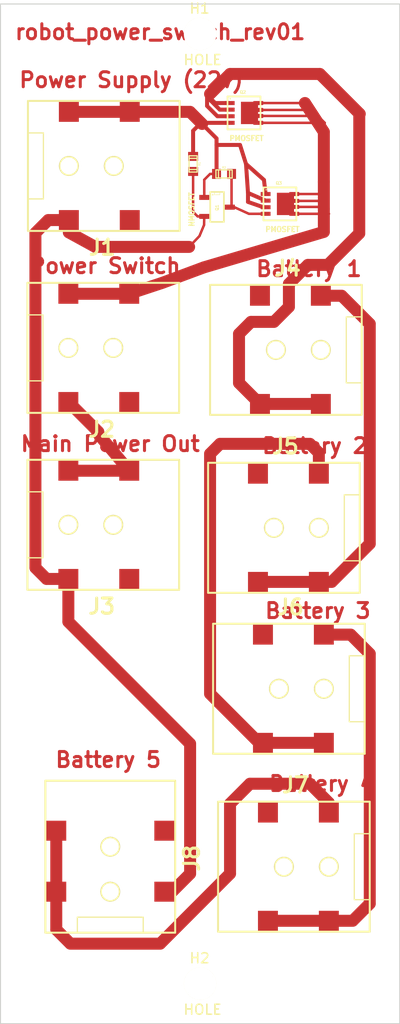
<source format=kicad_pcb>
(kicad_pcb (version 3) (host pcbnew "(2013-07-07 BZR 4022)-stable")

  (general
    (links 39)
    (no_connects 0)
    (area 12.949999 11.775 53.050001 199.050001)
    (thickness 1.6)
    (drawings 13)
    (tracks 139)
    (zones 0)
    (modules 15)
    (nets 11)
  )

  (page A)
  (layers
    (15 F.Cu signal)
    (0 B.Cu signal)
    (16 B.Adhes user)
    (17 F.Adhes user)
    (18 B.Paste user)
    (19 F.Paste user)
    (20 B.SilkS user)
    (21 F.SilkS user)
    (22 B.Mask user)
    (23 F.Mask user)
    (24 Dwgs.User user)
    (25 Cmts.User user)
    (26 Eco1.User user)
    (27 Eco2.User user)
    (28 Edge.Cuts user)
  )

  (setup
    (last_trace_width 1.2)
    (user_trace_width 0.1)
    (user_trace_width 0.2)
    (user_trace_width 0.25)
    (user_trace_width 0.3)
    (user_trace_width 0.4)
    (user_trace_width 0.5)
    (user_trace_width 0.6)
    (user_trace_width 0.7)
    (user_trace_width 0.8)
    (user_trace_width 0.9)
    (user_trace_width 1)
    (user_trace_width 1.2)
    (trace_clearance 0.1)
    (zone_clearance 1)
    (zone_45_only no)
    (trace_min 0.1)
    (segment_width 0.2)
    (edge_width 0.1)
    (via_size 0.7)
    (via_drill 0.4)
    (via_min_size 0.7)
    (via_min_drill 0.4)
    (uvia_size 0.4)
    (uvia_drill 0.127)
    (uvias_allowed no)
    (uvia_min_size 0.4)
    (uvia_min_drill 0.127)
    (pcb_text_width 0.3)
    (pcb_text_size 1.5 1.5)
    (mod_edge_width 0.1)
    (mod_text_size 1 1)
    (mod_text_width 0.15)
    (pad_size 0.25 0.6)
    (pad_drill 0)
    (pad_to_mask_clearance 0)
    (pad_to_paste_clearance_ratio -0.1)
    (aux_axis_origin 0 0)
    (visible_elements 7FFFFFFF)
    (pcbplotparams
      (layerselection 272400385)
      (usegerberextensions true)
      (excludeedgelayer true)
      (linewidth 0.150000)
      (plotframeref false)
      (viasonmask false)
      (mode 1)
      (useauxorigin false)
      (hpglpennumber 1)
      (hpglpenspeed 20)
      (hpglpendiameter 15)
      (hpglpenoverlay 2)
      (psnegative false)
      (psa4output false)
      (plotreference true)
      (plotvalue true)
      (plotothertext true)
      (plotinvisibletext false)
      (padsonsilk false)
      (subtractmaskfromsilk false)
      (outputformat 1)
      (mirror false)
      (drillshape 0)
      (scaleselection 1)
      (outputdirectory ""))
  )

  (net 0 "")
  (net 1 GND)
  (net 2 N-0000012)
  (net 3 PowerOutHigh)
  (net 4 VBAT1)
  (net 5 VBAT2)
  (net 6 VBAT3)
  (net 7 VBAT4)
  (net 8 VBAT5)
  (net 9 VDD)
  (net 10 VWallOrBattery)

  (net_class Default "This is the default net class."
    (clearance 0.1)
    (trace_width 0.25)
    (via_dia 0.7)
    (via_drill 0.4)
    (uvia_dia 0.4)
    (uvia_drill 0.127)
    (add_net "")
    (add_net GND)
    (add_net N-0000012)
    (add_net PowerOutHigh)
    (add_net VBAT1)
    (add_net VBAT2)
    (add_net VBAT3)
    (add_net VBAT4)
    (add_net VBAT5)
    (add_net VDD)
    (add_net VWallOrBattery)
  )

  (module TED_SOT-23-3pin (layer F.Cu) (tedit 4A83943B) (tstamp 532B3F4D)
    (at 34.7 32.3 270)
    (path /5317BF5A)
    (fp_text reference Q1 (at 0.0762 0 270) (layer F.SilkS)
      (effects (font (size 0.29972 0.29972) (thickness 0.07366)))
    )
    (fp_text value NMOSFET (at 0.254 2.54 270) (layer F.SilkS)
      (effects (font (size 0.508 0.508) (thickness 0.127)))
    )
    (fp_line (start -1.4478 -0.2794) (end -1.2192 -0.2794) (layer F.SilkS) (width 0.0508))
    (fp_line (start -1.2192 -0.2794) (end -1.2192 0.2032) (layer F.SilkS) (width 0.0508))
    (fp_line (start -1.2192 0.2032) (end -1.2192 0.254) (layer F.SilkS) (width 0.0508))
    (fp_line (start -1.2192 0.254) (end -1.4732 0.254) (layer F.SilkS) (width 0.0508))
    (fp_circle (center -1.2192 0.4318) (end -1.1684 0.4318) (layer F.SilkS) (width 0.0508))
    (fp_line (start -1.4986 -0.6858) (end 1.4986 -0.6858) (layer F.SilkS) (width 0.17018))
    (fp_line (start 1.4986 -0.6858) (end 1.4986 0.6858) (layer F.SilkS) (width 0.17018))
    (fp_line (start 1.4986 0.6858) (end -1.4986 0.6858) (layer F.SilkS) (width 0.17018))
    (fp_line (start -1.4986 0.6858) (end -1.4986 -0.6858) (layer F.SilkS) (width 0.17018))
    (pad 3 smd rect (at 0.0254 -1.2827 270) (size 0.508 1.00076)
      (layers F.Cu F.Paste F.Mask)
      (net 2 N-0000012)
    )
    (pad 2 smd rect (at 0.94996 1.2827 270) (size 0.50038 1.00076)
      (layers F.Cu F.Paste F.Mask)
      (net 1 GND)
    )
    (pad 1 smd rect (at -0.94996 1.2827 270) (size 0.50038 1.00076)
      (layers F.Cu F.Paste F.Mask)
      (net 9 VDD)
    )
  )

  (module TED_SM0603 (layer F.Cu) (tedit 527731CB) (tstamp 532B4085)
    (at 32.3 28 270)
    (descr "SMT capacitor, 0603")
    (path /53113693)
    (fp_text reference R1 (at 0 -0.635 270) (layer F.SilkS)
      (effects (font (size 0.20066 0.20066) (thickness 0.04064)))
    )
    (fp_text value 1M (at 0 0.635 270) (layer F.SilkS) hide
      (effects (font (size 0.20066 0.20066) (thickness 0.04064)))
    )
    (fp_line (start 0.5588 0.4064) (end 0.5588 -0.4064) (layer F.SilkS) (width 0.127))
    (fp_line (start -0.5588 -0.381) (end -0.5588 0.4064) (layer F.SilkS) (width 0.127))
    (fp_line (start -0.8128 -0.4064) (end 0.8128 -0.4064) (layer F.SilkS) (width 0.127))
    (fp_line (start 0.8128 -0.4064) (end 0.8128 0.4064) (layer F.SilkS) (width 0.127))
    (fp_line (start 0.8128 0.4064) (end -0.8128 0.4064) (layer F.SilkS) (width 0.127))
    (fp_line (start -0.8128 0.4064) (end -0.8128 -0.4064) (layer F.SilkS) (width 0.127))
    (pad 2 smd rect (at 0.75184 0 270) (size 0.89916 1.00076)
      (layers F.Cu F.Paste F.Mask)
      (net 1 GND)
      (clearance 0.1)
    )
    (pad 1 smd rect (at -0.75184 0 270) (size 0.89916 1.00076)
      (layers F.Cu F.Paste F.Mask)
      (net 9 VDD)
      (clearance 0.1)
    )
    (model smd/capacitors/c_0603.wrl
      (at (xyz 0 0 0))
      (scale (xyz 1 1 1))
      (rotate (xyz 0 0 0))
    )
  )

  (module TED_SM0603 (layer F.Cu) (tedit 527731CB) (tstamp 532B4091)
    (at 35.4 29)
    (descr "SMT capacitor, 0603")
    (path /53112461)
    (fp_text reference R2 (at 0 -0.635) (layer F.SilkS)
      (effects (font (size 0.20066 0.20066) (thickness 0.04064)))
    )
    (fp_text value 1M (at 0 0.635) (layer F.SilkS) hide
      (effects (font (size 0.20066 0.20066) (thickness 0.04064)))
    )
    (fp_line (start 0.5588 0.4064) (end 0.5588 -0.4064) (layer F.SilkS) (width 0.127))
    (fp_line (start -0.5588 -0.381) (end -0.5588 0.4064) (layer F.SilkS) (width 0.127))
    (fp_line (start -0.8128 -0.4064) (end 0.8128 -0.4064) (layer F.SilkS) (width 0.127))
    (fp_line (start 0.8128 -0.4064) (end 0.8128 0.4064) (layer F.SilkS) (width 0.127))
    (fp_line (start 0.8128 0.4064) (end -0.8128 0.4064) (layer F.SilkS) (width 0.127))
    (fp_line (start -0.8128 0.4064) (end -0.8128 -0.4064) (layer F.SilkS) (width 0.127))
    (pad 2 smd rect (at 0.75184 0) (size 0.89916 1.00076)
      (layers F.Cu F.Paste F.Mask)
      (net 2 N-0000012)
      (clearance 0.1)
    )
    (pad 1 smd rect (at -0.75184 0) (size 0.89916 1.00076)
      (layers F.Cu F.Paste F.Mask)
      (net 9 VDD)
      (clearance 0.1)
    )
    (model smd/capacitors/c_0603.wrl
      (at (xyz 0 0 0))
      (scale (xyz 1 1 1))
      (rotate (xyz 0 0 0))
    )
  )

  (module TED_PowerPAK_1212-8 (layer F.Cu) (tedit 531913F8) (tstamp 532B417F)
    (at 37.4 22.9)
    (path /5317C2A8)
    (solder_mask_margin 0.1)
    (solder_paste_margin -0.1)
    (solder_paste_ratio -0.2)
    (clearance 0.1)
    (fp_text reference Q2 (at -0.11 -2.08) (layer F.SilkS)
      (effects (font (size 0.29972 0.29972) (thickness 0.07366)))
    )
    (fp_text value PMOSFET (at 0.254 2.54) (layer F.SilkS)
      (effects (font (size 0.508 0.508) (thickness 0.127)))
    )
    (fp_circle (center -1.3792 -1.4182) (end -1.3284 -1.4182) (layer F.SilkS) (width 0.0508))
    (fp_line (start -1.65 -1.65) (end 1.65 -1.65) (layer F.SilkS) (width 0.17018))
    (fp_line (start 1.65 -1.65) (end 1.65 1.65) (layer F.SilkS) (width 0.17018))
    (fp_line (start 1.65 1.65) (end -1.65 1.65) (layer F.SilkS) (width 0.17018))
    (fp_line (start -1.65 1.65) (end -1.65 -1.65) (layer F.SilkS) (width 0.17018))
    (pad 3 smd rect (at 1.435 -0.99) (size 0.99 0.405)
      (layers F.Cu F.Paste F.Mask)
      (net 10 VWallOrBattery)
    )
    (pad 3 smd rect (at 1.435 -0.3) (size 0.99 0.405)
      (layers F.Cu F.Paste F.Mask)
      (net 10 VWallOrBattery)
    )
    (pad 3 smd rect (at 1.435 0.3) (size 0.99 0.405)
      (layers F.Cu F.Paste F.Mask)
      (net 10 VWallOrBattery)
    )
    (pad 3 smd rect (at 1.435 0.99) (size 0.99 0.405)
      (layers F.Cu F.Paste F.Mask)
      (net 10 VWallOrBattery)
    )
    (pad 1 smd rect (at -1.435 0.99) (size 0.99 0.405)
      (layers F.Cu F.Paste F.Mask)
      (net 9 VDD)
    )
    (pad 2 smd rect (at -1.435 0.33) (size 0.99 0.405)
      (layers F.Cu F.Paste F.Mask)
      (net 4 VBAT1)
    )
    (pad 2 smd rect (at -1.435 -0.33) (size 0.99 0.405)
      (layers F.Cu F.Paste F.Mask)
      (net 4 VBAT1)
    )
    (pad 2 smd rect (at -1.435 -0.99) (size 0.99 0.405)
      (layers F.Cu F.Paste F.Mask)
      (net 4 VBAT1)
    )
    (pad 3 smd rect (at 0.5575 0) (size 1.725 2.235)
      (layers F.Cu F.Paste F.Mask)
      (net 10 VWallOrBattery)
    )
  )

  (module TED_PowerPAK_1212-8 (layer F.Cu) (tedit 531913F8) (tstamp 532B4191)
    (at 41 32)
    (path /5317C299)
    (solder_mask_margin 0.1)
    (solder_paste_margin -0.1)
    (solder_paste_ratio -0.2)
    (clearance 0.1)
    (fp_text reference Q3 (at -0.11 -2.08) (layer F.SilkS)
      (effects (font (size 0.29972 0.29972) (thickness 0.07366)))
    )
    (fp_text value PMOSFET (at 0.254 2.54) (layer F.SilkS)
      (effects (font (size 0.508 0.508) (thickness 0.127)))
    )
    (fp_circle (center -1.3792 -1.4182) (end -1.3284 -1.4182) (layer F.SilkS) (width 0.0508))
    (fp_line (start -1.65 -1.65) (end 1.65 -1.65) (layer F.SilkS) (width 0.17018))
    (fp_line (start 1.65 -1.65) (end 1.65 1.65) (layer F.SilkS) (width 0.17018))
    (fp_line (start 1.65 1.65) (end -1.65 1.65) (layer F.SilkS) (width 0.17018))
    (fp_line (start -1.65 1.65) (end -1.65 -1.65) (layer F.SilkS) (width 0.17018))
    (pad 3 smd rect (at 1.435 -0.99) (size 0.99 0.405)
      (layers F.Cu F.Paste F.Mask)
      (net 10 VWallOrBattery)
    )
    (pad 3 smd rect (at 1.435 -0.3) (size 0.99 0.405)
      (layers F.Cu F.Paste F.Mask)
      (net 10 VWallOrBattery)
    )
    (pad 3 smd rect (at 1.435 0.3) (size 0.99 0.405)
      (layers F.Cu F.Paste F.Mask)
      (net 10 VWallOrBattery)
    )
    (pad 3 smd rect (at 1.435 0.99) (size 0.99 0.405)
      (layers F.Cu F.Paste F.Mask)
      (net 10 VWallOrBattery)
    )
    (pad 1 smd rect (at -1.435 0.99) (size 0.99 0.405)
      (layers F.Cu F.Paste F.Mask)
      (net 2 N-0000012)
    )
    (pad 2 smd rect (at -1.435 0.33) (size 0.99 0.405)
      (layers F.Cu F.Paste F.Mask)
      (net 9 VDD)
    )
    (pad 2 smd rect (at -1.435 -0.33) (size 0.99 0.405)
      (layers F.Cu F.Paste F.Mask)
      (net 9 VDD)
    )
    (pad 2 smd rect (at -1.435 -0.99) (size 0.99 0.405)
      (layers F.Cu F.Paste F.Mask)
      (net 9 VDD)
    )
    (pad 3 smd rect (at 0.5575 0) (size 1.725 2.235)
      (layers F.Cu F.Paste F.Mask)
      (net 10 VWallOrBattery)
    )
  )

  (module TED_Hole_3.25mm (layer F.Cu) (tedit 52802414) (tstamp 532B4196)
    (at 33 110)
    (path /52A15896)
    (fp_text reference H2 (at -0.05 -2.55) (layer F.SilkS)
      (effects (font (size 1 1) (thickness 0.15)))
    )
    (fp_text value HOLE (at 0.25 2.6) (layer F.SilkS)
      (effects (font (size 1 1) (thickness 0.15)))
    )
    (pad "" np_thru_hole circle (at 0 0) (size 3.25 3.25) (drill 3.25)
      (layers *.Cu *.Mask F.SilkS)
    )
  )

  (module TED_Hole_3.25mm (layer F.Cu) (tedit 52802414) (tstamp 532B419B)
    (at 33 15)
    (path /52A15919)
    (fp_text reference H1 (at -0.05 -2.55) (layer F.SilkS)
      (effects (font (size 1 1) (thickness 0.15)))
    )
    (fp_text value HOLE (at 0.25 2.6) (layer F.SilkS)
      (effects (font (size 1 1) (thickness 0.15)))
    )
    (pad "" np_thru_hole circle (at 0 0) (size 3.25 3.25) (drill 3.25)
      (layers *.Cu *.Mask F.SilkS)
    )
  )

  (module TED_DC_2.1mm_SMT (layer F.Cu) (tedit 52880F9F) (tstamp 532B41B6)
    (at 23.3 64.1 180)
    (path /530FE0AD)
    (fp_text reference J3 (at 0.15748 -8.15848 180) (layer F.SilkS)
      (effects (font (size 1.524 1.524) (thickness 0.3048)))
    )
    (fp_text value DC_2.1MM (at 0.1016 8.49884 180) (layer F.SilkS) hide
      (effects (font (size 1.524 1.524) (thickness 0.3048)))
    )
    (fp_line (start 7.6 -3.3) (end 6.05 -3.3) (layer F.SilkS) (width 0.127))
    (fp_line (start 6.05 -3.3) (end 6.05 3.3) (layer F.SilkS) (width 0.127))
    (fp_line (start 6.05 3.3) (end 7.575 3.3) (layer F.SilkS) (width 0.127))
    (fp_line (start -7.59968 -6.5024) (end 7.59968 -6.5024) (layer F.SilkS) (width 0.20066))
    (fp_line (start 7.59968 -6.5024) (end 7.59968 6.5024) (layer F.SilkS) (width 0.20066))
    (fp_line (start 7.59968 6.5024) (end -7.59968 6.5024) (layer F.SilkS) (width 0.20066))
    (fp_line (start -7.59968 6.5024) (end -7.59968 -6.5024) (layer F.SilkS) (width 0.20066))
    (pad "" np_thru_hole circle (at -1.00076 0 180) (size 1.99898 1.99898) (drill 1.69926)
      (layers *.Cu *.Mask F.SilkS)
    )
    (pad 1 smd rect (at 3.50012 5.4102 180) (size 1.99898 1.99898)
      (layers F.Cu F.Paste F.Mask)
      (net 3 PowerOutHigh)
    )
    (pad 1 smd rect (at -2.60096 5.4102 180) (size 1.99898 1.99898)
      (layers F.Cu F.Paste F.Mask)
      (net 3 PowerOutHigh)
    )
    (pad 2 smd rect (at 3.50012 -5.41528 180) (size 1.99898 1.99898)
      (layers F.Cu F.Paste F.Mask)
      (net 1 GND)
    )
    (pad 3 smd rect (at -2.60096 -5.41528 180) (size 1.99898 1.99898)
      (layers F.Cu F.Paste F.Mask)
    )
    (pad "" np_thru_hole circle (at 3.50012 0 180) (size 1.99898 1.99898) (drill 1.69926)
      (layers *.Cu *.Mask F.SilkS)
    )
  )

  (module TED_DC_2.1mm_SMT (layer F.Cu) (tedit 52880F9F) (tstamp 532B41C7)
    (at 23.3 46.4 180)
    (path /530FE08F)
    (fp_text reference J2 (at 0.15748 -8.15848 180) (layer F.SilkS)
      (effects (font (size 1.524 1.524) (thickness 0.3048)))
    )
    (fp_text value DC_2.1MM (at 0.1016 8.49884 180) (layer F.SilkS) hide
      (effects (font (size 1.524 1.524) (thickness 0.3048)))
    )
    (fp_line (start 7.6 -3.3) (end 6.05 -3.3) (layer F.SilkS) (width 0.127))
    (fp_line (start 6.05 -3.3) (end 6.05 3.3) (layer F.SilkS) (width 0.127))
    (fp_line (start 6.05 3.3) (end 7.575 3.3) (layer F.SilkS) (width 0.127))
    (fp_line (start -7.59968 -6.5024) (end 7.59968 -6.5024) (layer F.SilkS) (width 0.20066))
    (fp_line (start 7.59968 -6.5024) (end 7.59968 6.5024) (layer F.SilkS) (width 0.20066))
    (fp_line (start 7.59968 6.5024) (end -7.59968 6.5024) (layer F.SilkS) (width 0.20066))
    (fp_line (start -7.59968 6.5024) (end -7.59968 -6.5024) (layer F.SilkS) (width 0.20066))
    (pad "" np_thru_hole circle (at -1.00076 0 180) (size 1.99898 1.99898) (drill 1.69926)
      (layers *.Cu *.Mask F.SilkS)
    )
    (pad 1 smd rect (at 3.50012 5.4102 180) (size 1.99898 1.99898)
      (layers F.Cu F.Paste F.Mask)
      (net 10 VWallOrBattery)
    )
    (pad 1 smd rect (at -2.60096 5.4102 180) (size 1.99898 1.99898)
      (layers F.Cu F.Paste F.Mask)
      (net 10 VWallOrBattery)
    )
    (pad 2 smd rect (at 3.50012 -5.41528 180) (size 1.99898 1.99898)
      (layers F.Cu F.Paste F.Mask)
      (net 3 PowerOutHigh)
    )
    (pad 3 smd rect (at -2.60096 -5.41528 180) (size 1.99898 1.99898)
      (layers F.Cu F.Paste F.Mask)
    )
    (pad "" np_thru_hole circle (at 3.50012 0 180) (size 1.99898 1.99898) (drill 1.69926)
      (layers *.Cu *.Mask F.SilkS)
    )
  )

  (module TED_DC_2.1mm_SMT (layer F.Cu) (tedit 52880F9F) (tstamp 532B41D8)
    (at 41.4 64.4)
    (path /532CBE27)
    (fp_text reference J5 (at 0.15748 -8.15848) (layer F.SilkS)
      (effects (font (size 1.524 1.524) (thickness 0.3048)))
    )
    (fp_text value DC_2.1MM (at 0.1016 8.49884) (layer F.SilkS) hide
      (effects (font (size 1.524 1.524) (thickness 0.3048)))
    )
    (fp_line (start 7.6 -3.3) (end 6.05 -3.3) (layer F.SilkS) (width 0.127))
    (fp_line (start 6.05 -3.3) (end 6.05 3.3) (layer F.SilkS) (width 0.127))
    (fp_line (start 6.05 3.3) (end 7.575 3.3) (layer F.SilkS) (width 0.127))
    (fp_line (start -7.59968 -6.5024) (end 7.59968 -6.5024) (layer F.SilkS) (width 0.20066))
    (fp_line (start 7.59968 -6.5024) (end 7.59968 6.5024) (layer F.SilkS) (width 0.20066))
    (fp_line (start 7.59968 6.5024) (end -7.59968 6.5024) (layer F.SilkS) (width 0.20066))
    (fp_line (start -7.59968 6.5024) (end -7.59968 -6.5024) (layer F.SilkS) (width 0.20066))
    (pad "" np_thru_hole circle (at -1.00076 0) (size 1.99898 1.99898) (drill 1.69926)
      (layers *.Cu *.Mask F.SilkS)
    )
    (pad 1 smd rect (at 3.50012 5.4102) (size 1.99898 1.99898)
      (layers F.Cu F.Paste F.Mask)
      (net 5 VBAT2)
    )
    (pad 1 smd rect (at -2.60096 5.4102) (size 1.99898 1.99898)
      (layers F.Cu F.Paste F.Mask)
      (net 5 VBAT2)
    )
    (pad 2 smd rect (at 3.50012 -5.41528) (size 1.99898 1.99898)
      (layers F.Cu F.Paste F.Mask)
      (net 6 VBAT3)
    )
    (pad 3 smd rect (at -2.60096 -5.41528) (size 1.99898 1.99898)
      (layers F.Cu F.Paste F.Mask)
    )
    (pad "" np_thru_hole circle (at 3.50012 0) (size 1.99898 1.99898) (drill 1.69926)
      (layers *.Cu *.Mask F.SilkS)
    )
  )

  (module TED_DC_2.1mm_SMT (layer F.Cu) (tedit 52880F9F) (tstamp 532B41E9)
    (at 41.6 46.6)
    (path /532CBE20)
    (fp_text reference J4 (at 0.15748 -8.15848) (layer F.SilkS)
      (effects (font (size 1.524 1.524) (thickness 0.3048)))
    )
    (fp_text value DC_2.1MM (at 0.1016 8.49884) (layer F.SilkS) hide
      (effects (font (size 1.524 1.524) (thickness 0.3048)))
    )
    (fp_line (start 7.6 -3.3) (end 6.05 -3.3) (layer F.SilkS) (width 0.127))
    (fp_line (start 6.05 -3.3) (end 6.05 3.3) (layer F.SilkS) (width 0.127))
    (fp_line (start 6.05 3.3) (end 7.575 3.3) (layer F.SilkS) (width 0.127))
    (fp_line (start -7.59968 -6.5024) (end 7.59968 -6.5024) (layer F.SilkS) (width 0.20066))
    (fp_line (start 7.59968 -6.5024) (end 7.59968 6.5024) (layer F.SilkS) (width 0.20066))
    (fp_line (start 7.59968 6.5024) (end -7.59968 6.5024) (layer F.SilkS) (width 0.20066))
    (fp_line (start -7.59968 6.5024) (end -7.59968 -6.5024) (layer F.SilkS) (width 0.20066))
    (pad "" np_thru_hole circle (at -1.00076 0) (size 1.99898 1.99898) (drill 1.69926)
      (layers *.Cu *.Mask F.SilkS)
    )
    (pad 1 smd rect (at 3.50012 5.4102) (size 1.99898 1.99898)
      (layers F.Cu F.Paste F.Mask)
      (net 4 VBAT1)
    )
    (pad 1 smd rect (at -2.60096 5.4102) (size 1.99898 1.99898)
      (layers F.Cu F.Paste F.Mask)
      (net 4 VBAT1)
    )
    (pad 2 smd rect (at 3.50012 -5.41528) (size 1.99898 1.99898)
      (layers F.Cu F.Paste F.Mask)
      (net 5 VBAT2)
    )
    (pad 3 smd rect (at -2.60096 -5.41528) (size 1.99898 1.99898)
      (layers F.Cu F.Paste F.Mask)
    )
    (pad "" np_thru_hole circle (at 3.50012 0) (size 1.99898 1.99898) (drill 1.69926)
      (layers *.Cu *.Mask F.SilkS)
    )
  )

  (module TED_DC_2.1mm_SMT (layer F.Cu) (tedit 52880F9F) (tstamp 532B41FA)
    (at 23.35 28.2 180)
    (path /52E85228)
    (fp_text reference J1 (at 0.15748 -8.15848 180) (layer F.SilkS)
      (effects (font (size 1.524 1.524) (thickness 0.3048)))
    )
    (fp_text value DC_2.1MM (at 0.1016 8.49884 180) (layer F.SilkS) hide
      (effects (font (size 1.524 1.524) (thickness 0.3048)))
    )
    (fp_line (start 7.6 -3.3) (end 6.05 -3.3) (layer F.SilkS) (width 0.127))
    (fp_line (start 6.05 -3.3) (end 6.05 3.3) (layer F.SilkS) (width 0.127))
    (fp_line (start 6.05 3.3) (end 7.575 3.3) (layer F.SilkS) (width 0.127))
    (fp_line (start -7.59968 -6.5024) (end 7.59968 -6.5024) (layer F.SilkS) (width 0.20066))
    (fp_line (start 7.59968 -6.5024) (end 7.59968 6.5024) (layer F.SilkS) (width 0.20066))
    (fp_line (start 7.59968 6.5024) (end -7.59968 6.5024) (layer F.SilkS) (width 0.20066))
    (fp_line (start -7.59968 6.5024) (end -7.59968 -6.5024) (layer F.SilkS) (width 0.20066))
    (pad "" np_thru_hole circle (at -1.00076 0 180) (size 1.99898 1.99898) (drill 1.69926)
      (layers *.Cu *.Mask F.SilkS)
    )
    (pad 1 smd rect (at 3.50012 5.4102 180) (size 1.99898 1.99898)
      (layers F.Cu F.Paste F.Mask)
      (net 9 VDD)
    )
    (pad 1 smd rect (at -2.60096 5.4102 180) (size 1.99898 1.99898)
      (layers F.Cu F.Paste F.Mask)
      (net 9 VDD)
    )
    (pad 2 smd rect (at 3.50012 -5.41528 180) (size 1.99898 1.99898)
      (layers F.Cu F.Paste F.Mask)
      (net 1 GND)
    )
    (pad 3 smd rect (at -2.60096 -5.41528 180) (size 1.99898 1.99898)
      (layers F.Cu F.Paste F.Mask)
    )
    (pad "" np_thru_hole circle (at 3.50012 0 180) (size 1.99898 1.99898) (drill 1.69926)
      (layers *.Cu *.Mask F.SilkS)
    )
  )

  (module TED_DC_2.1mm_SMT (layer F.Cu) (tedit 52880F9F) (tstamp 532B4205)
    (at 41.9 80.5)
    (path /532CBE2E)
    (fp_text reference J6 (at 0.15748 -8.15848) (layer F.SilkS)
      (effects (font (size 1.524 1.524) (thickness 0.3048)))
    )
    (fp_text value DC_2.1MM (at 0.1016 8.49884) (layer F.SilkS) hide
      (effects (font (size 1.524 1.524) (thickness 0.3048)))
    )
    (fp_line (start 7.6 -3.3) (end 6.05 -3.3) (layer F.SilkS) (width 0.127))
    (fp_line (start 6.05 -3.3) (end 6.05 3.3) (layer F.SilkS) (width 0.127))
    (fp_line (start 6.05 3.3) (end 7.575 3.3) (layer F.SilkS) (width 0.127))
    (fp_line (start -7.59968 -6.5024) (end 7.59968 -6.5024) (layer F.SilkS) (width 0.20066))
    (fp_line (start 7.59968 -6.5024) (end 7.59968 6.5024) (layer F.SilkS) (width 0.20066))
    (fp_line (start 7.59968 6.5024) (end -7.59968 6.5024) (layer F.SilkS) (width 0.20066))
    (fp_line (start -7.59968 6.5024) (end -7.59968 -6.5024) (layer F.SilkS) (width 0.20066))
    (pad "" np_thru_hole circle (at -1.00076 0) (size 1.99898 1.99898) (drill 1.69926)
      (layers *.Cu *.Mask F.SilkS)
    )
    (pad 1 smd rect (at 3.50012 5.4102) (size 1.99898 1.99898)
      (layers F.Cu F.Paste F.Mask)
      (net 6 VBAT3)
    )
    (pad 1 smd rect (at -2.60096 5.4102) (size 1.99898 1.99898)
      (layers F.Cu F.Paste F.Mask)
      (net 6 VBAT3)
    )
    (pad 2 smd rect (at 3.50012 -5.41528) (size 1.99898 1.99898)
      (layers F.Cu F.Paste F.Mask)
      (net 7 VBAT4)
    )
    (pad 3 smd rect (at -2.60096 -5.41528) (size 1.99898 1.99898)
      (layers F.Cu F.Paste F.Mask)
    )
    (pad "" np_thru_hole circle (at 3.50012 0) (size 1.99898 1.99898) (drill 1.69926)
      (layers *.Cu *.Mask F.SilkS)
    )
  )

  (module TED_DC_2.1mm_SMT (layer F.Cu) (tedit 52880F9F) (tstamp 532B4210)
    (at 42.4 98.3)
    (path /532CBE35)
    (fp_text reference J7 (at 0.15748 -8.15848) (layer F.SilkS)
      (effects (font (size 1.524 1.524) (thickness 0.3048)))
    )
    (fp_text value DC_2.1MM (at 0.1016 8.49884) (layer F.SilkS) hide
      (effects (font (size 1.524 1.524) (thickness 0.3048)))
    )
    (fp_line (start 7.6 -3.3) (end 6.05 -3.3) (layer F.SilkS) (width 0.127))
    (fp_line (start 6.05 -3.3) (end 6.05 3.3) (layer F.SilkS) (width 0.127))
    (fp_line (start 6.05 3.3) (end 7.575 3.3) (layer F.SilkS) (width 0.127))
    (fp_line (start -7.59968 -6.5024) (end 7.59968 -6.5024) (layer F.SilkS) (width 0.20066))
    (fp_line (start 7.59968 -6.5024) (end 7.59968 6.5024) (layer F.SilkS) (width 0.20066))
    (fp_line (start 7.59968 6.5024) (end -7.59968 6.5024) (layer F.SilkS) (width 0.20066))
    (fp_line (start -7.59968 6.5024) (end -7.59968 -6.5024) (layer F.SilkS) (width 0.20066))
    (pad "" np_thru_hole circle (at -1.00076 0) (size 1.99898 1.99898) (drill 1.69926)
      (layers *.Cu *.Mask F.SilkS)
    )
    (pad 1 smd rect (at 3.50012 5.4102) (size 1.99898 1.99898)
      (layers F.Cu F.Paste F.Mask)
      (net 7 VBAT4)
    )
    (pad 1 smd rect (at -2.60096 5.4102) (size 1.99898 1.99898)
      (layers F.Cu F.Paste F.Mask)
      (net 7 VBAT4)
    )
    (pad 2 smd rect (at 3.50012 -5.41528) (size 1.99898 1.99898)
      (layers F.Cu F.Paste F.Mask)
      (net 8 VBAT5)
    )
    (pad 3 smd rect (at -2.60096 -5.41528) (size 1.99898 1.99898)
      (layers F.Cu F.Paste F.Mask)
    )
    (pad "" np_thru_hole circle (at 3.50012 0) (size 1.99898 1.99898) (drill 1.69926)
      (layers *.Cu *.Mask F.SilkS)
    )
  )

  (module TED_DC_2.1mm_SMT (layer F.Cu) (tedit 52880F9F) (tstamp 532B421B)
    (at 24 97.3 270)
    (path /532CBE3F)
    (fp_text reference J8 (at 0.15748 -8.15848 270) (layer F.SilkS)
      (effects (font (size 1.524 1.524) (thickness 0.3048)))
    )
    (fp_text value DC_2.1MM (at 0.1016 8.49884 270) (layer F.SilkS) hide
      (effects (font (size 1.524 1.524) (thickness 0.3048)))
    )
    (fp_line (start 7.6 -3.3) (end 6.05 -3.3) (layer F.SilkS) (width 0.127))
    (fp_line (start 6.05 -3.3) (end 6.05 3.3) (layer F.SilkS) (width 0.127))
    (fp_line (start 6.05 3.3) (end 7.575 3.3) (layer F.SilkS) (width 0.127))
    (fp_line (start -7.59968 -6.5024) (end 7.59968 -6.5024) (layer F.SilkS) (width 0.20066))
    (fp_line (start 7.59968 -6.5024) (end 7.59968 6.5024) (layer F.SilkS) (width 0.20066))
    (fp_line (start 7.59968 6.5024) (end -7.59968 6.5024) (layer F.SilkS) (width 0.20066))
    (fp_line (start -7.59968 6.5024) (end -7.59968 -6.5024) (layer F.SilkS) (width 0.20066))
    (pad "" np_thru_hole circle (at -1.00076 0 270) (size 1.99898 1.99898) (drill 1.69926)
      (layers *.Cu *.Mask F.SilkS)
    )
    (pad 1 smd rect (at 3.50012 5.4102 270) (size 1.99898 1.99898)
      (layers F.Cu F.Paste F.Mask)
      (net 8 VBAT5)
    )
    (pad 1 smd rect (at -2.60096 5.4102 270) (size 1.99898 1.99898)
      (layers F.Cu F.Paste F.Mask)
      (net 8 VBAT5)
    )
    (pad 2 smd rect (at 3.50012 -5.41528 270) (size 1.99898 1.99898)
      (layers F.Cu F.Paste F.Mask)
      (net 1 GND)
    )
    (pad 3 smd rect (at -2.60096 -5.41528 270) (size 1.99898 1.99898)
      (layers F.Cu F.Paste F.Mask)
    )
    (pad "" np_thru_hole circle (at 3.50012 0 270) (size 1.99898 1.99898) (drill 1.69926)
      (layers *.Cu *.Mask F.SilkS)
    )
  )

  (gr_text robot_power_switch_rev01 (at 29 14.8) (layer F.Cu)
    (effects (font (size 1.5 1.5) (thickness 0.3)))
  )
  (gr_text "Battery 5" (at 23.8 87.6) (layer F.Cu) (tstamp 532CBBD1)
    (effects (font (size 1.5 1.5) (thickness 0.3)))
  )
  (gr_text "Battery 4" (at 45.2 90) (layer F.Cu) (tstamp 532CBBCD)
    (effects (font (size 1.5 1.5) (thickness 0.3)))
  )
  (gr_text "Battery 3" (at 44.8 72.7) (layer F.Cu) (tstamp 532CBBC7)
    (effects (font (size 1.5 1.5) (thickness 0.3)))
  )
  (gr_text "Battery 2" (at 44.5 56.2) (layer F.Cu) (tstamp 532CBBC3)
    (effects (font (size 1.5 1.5) (thickness 0.3)))
  )
  (gr_line (start 13 114) (end 13 12) (angle 90) (layer Edge.Cuts) (width 0.1))
  (gr_line (start 53 114) (end 13 114) (angle 90) (layer Edge.Cuts) (width 0.1) (tstamp 532C95C9))
  (gr_line (start 53 12) (end 53 114) (angle 90) (layer Edge.Cuts) (width 0.1))
  (gr_line (start 13 12) (end 53 12) (angle 90) (layer Edge.Cuts) (width 0.1) (tstamp 532C95CA))
  (gr_text "Battery 1" (at 43.9 38.5) (layer F.Cu)
    (effects (font (size 1.5 1.5) (thickness 0.3)))
  )
  (gr_text "Power Switch" (at 23.5 38.2) (layer F.Cu)
    (effects (font (size 1.5 1.5) (thickness 0.3)))
  )
  (gr_text "Main Power Out" (at 24 56) (layer F.Cu)
    (effects (font (size 1.5 1.5) (thickness 0.3)))
  )
  (gr_text "Power Supply (22v)" (at 26.1 19.6) (layer F.Cu)
    (effects (font (size 1.5 1.5) (thickness 0.3)))
  )

  (segment (start 29.41528 100.80012) (end 30.19988 100.80012) (width 1.2) (layer F.Cu) (net 1))
  (segment (start 19.79988 73.79988) (end 19.79988 69.51528) (width 1.2) (layer F.Cu) (net 1) (tstamp 532CBCC3))
  (segment (start 32 86) (end 19.79988 73.79988) (width 1.2) (layer F.Cu) (net 1) (tstamp 532CBCC0))
  (segment (start 32 99) (end 32 86) (width 1.2) (layer F.Cu) (net 1) (tstamp 532CBCBE))
  (segment (start 30.19988 100.80012) (end 32 99) (width 1.2) (layer F.Cu) (net 1) (tstamp 532CBCBA))
  (segment (start 19.84988 33.61528) (end 17.78472 33.61528) (width 1.2) (layer F.Cu) (net 1))
  (segment (start 17.61528 69.51528) (end 19.79988 69.51528) (width 1.2) (layer F.Cu) (net 1) (tstamp 532CBB1A))
  (segment (start 16.5 68.4) (end 17.61528 69.51528) (width 1.2) (layer F.Cu) (net 1) (tstamp 532CBB19))
  (segment (start 16.5 34.9) (end 16.5 68.4) (width 1.2) (layer F.Cu) (net 1) (tstamp 532CBB18))
  (segment (start 17.78472 33.61528) (end 16.5 34.9) (width 1.2) (layer F.Cu) (net 1) (tstamp 532CBB17))
  (segment (start 32.3 28.75184) (end 32.3 32.8) (width 0.25) (layer F.Cu) (net 1))
  (segment (start 32.74996 33.24996) (end 33.4173 33.24996) (width 0.25) (layer F.Cu) (net 1) (tstamp 532B4E9D))
  (segment (start 32.3 32.8) (end 32.74996 33.24996) (width 0.25) (layer F.Cu) (net 1) (tstamp 532B4E9A))
  (segment (start 33.4173 33.24996) (end 33.4 34.1) (width 0.25) (layer F.Cu) (net 1) (status 10))
  (segment (start 33.4 34.1) (end 32.935503 35.214793) (width 0.25) (layer F.Cu) (net 1) (tstamp 532B6D91) (status 10))
  (segment (start 19.84988 34.84988) (end 22.5 36.3) (width 1.2) (layer F.Cu) (net 1) (tstamp 532B4CD4))
  (segment (start 22.5 36.3) (end 31.9 36.3) (width 1.2) (layer F.Cu) (net 1) (tstamp 532B4CD5))
  (segment (start 19.84988 34.84988) (end 19.84988 33.61528) (width 1.2) (layer F.Cu) (net 1))
  (segment (start 32.935503 35.214793) (end 31.9 36.3) (width 0.25) (layer F.Cu) (net 1) (tstamp 532B4CDA))
  (segment (start 36.15184 29) (end 36.15184 32.15626) (width 0.25) (layer F.Cu) (net 2))
  (segment (start 36.15184 32.15626) (end 35.9827 32.3254) (width 0.25) (layer F.Cu) (net 2) (tstamp 532B4E3E))
  (segment (start 35.9827 32.3254) (end 36.4254 32.3254) (width 0.25) (layer F.Cu) (net 2) (status 30))
  (segment (start 37.89 32.99) (end 39.565 32.99) (width 0.25) (layer F.Cu) (net 2) (tstamp 532B4C70) (status 20))
  (segment (start 36.4254 32.3254) (end 37.89 32.99) (width 0.25) (layer F.Cu) (net 2) (tstamp 532B4C6F) (status 10))
  (segment (start 19.79988 51.81528) (end 19.81528 51.81528) (width 1.2) (layer F.Cu) (net 3))
  (segment (start 22.7 54.9) (end 25.90096 58.6898) (width 1.2) (layer F.Cu) (net 3) (tstamp 532B6FF5) (status 20))
  (segment (start 22.8 54.8) (end 22.7 54.9) (width 1.2) (layer F.Cu) (net 3) (tstamp 532B6FF4))
  (segment (start 19.81528 51.81528) (end 22.8 54.8) (width 1.2) (layer F.Cu) (net 3) (tstamp 532B6FF3))
  (segment (start 25.90096 58.6898) (end 19.79988 58.6898) (width 1.2) (layer F.Cu) (net 3) (status 30))
  (segment (start 48.95 22.95) (end 48.95 34.95) (width 1.2) (layer F.Cu) (net 4))
  (segment (start 36.9 49.91116) (end 38.99904 52.0102) (width 1.2) (layer F.Cu) (net 4) (tstamp 532CBDA4))
  (segment (start 36.9 45) (end 36.9 49.91116) (width 1.2) (layer F.Cu) (net 4) (tstamp 532CBDA3))
  (segment (start 38.1 43.8) (end 36.9 45) (width 1.2) (layer F.Cu) (net 4) (tstamp 532CBDA2))
  (segment (start 40.4 43.8) (end 38.1 43.8) (width 1.2) (layer F.Cu) (net 4) (tstamp 532CBDA1))
  (segment (start 41.9 42.3) (end 40.4 43.8) (width 1.2) (layer F.Cu) (net 4) (tstamp 532CBDA0))
  (segment (start 41.9 40) (end 41.9 42.3) (width 1.2) (layer F.Cu) (net 4) (tstamp 532CBD9F))
  (segment (start 43.8 38.1) (end 41.9 40) (width 1.2) (layer F.Cu) (net 4) (tstamp 532CBD9E))
  (segment (start 45.8 38.1) (end 43.8 38.1) (width 1.2) (layer F.Cu) (net 4) (tstamp 532CBD9D))
  (segment (start 48.95 34.95) (end 45.8 38.1) (width 1.2) (layer F.Cu) (net 4) (tstamp 532CBD9C))
  (segment (start 45.10012 52.0102) (end 38.99904 52.0102) (width 1.2) (layer F.Cu) (net 4))
  (segment (start 36 19) (end 34 21) (width 1.2) (layer F.Cu) (net 4) (tstamp 532C9535))
  (segment (start 45 19) (end 36 19) (width 1.2) (layer F.Cu) (net 4) (tstamp 532C9531))
  (segment (start 49 23) (end 48.95 22.95) (width 1.2) (layer F.Cu) (net 4) (tstamp 532C952C))
  (segment (start 48.95 22.95) (end 45 19) (width 1.2) (layer F.Cu) (net 4) (tstamp 532CBD9A))
  (segment (start 35.965 21.91) (end 34.51 21.91) (width 0.4) (layer F.Cu) (net 4))
  (segment (start 34.51 21.91) (end 33.7 21.1) (width 0.4) (layer F.Cu) (net 4) (tstamp 532B6D7D))
  (segment (start 35.965 22.57) (end 34.97 22.57) (width 0.4) (layer F.Cu) (net 4))
  (segment (start 34.97 22.57) (end 33.7 21.3) (width 0.4) (layer F.Cu) (net 4) (tstamp 532B6D7A))
  (segment (start 33.7 21.3) (end 33.7 21) (width 0.4) (layer F.Cu) (net 4) (tstamp 532B6D7B))
  (segment (start 33.7 21.1) (end 33.7 21) (width 0.4) (layer F.Cu) (net 4) (tstamp 532B6D7F))
  (segment (start 34.73 23.23) (end 33.7 22.2) (width 0.4) (layer F.Cu) (net 4) (tstamp 532B6D77))
  (segment (start 34.73 23.23) (end 35.965 23.23) (width 0.4) (layer F.Cu) (net 4))
  (segment (start 33.7 22.2) (end 33.7 21.1) (width 0.4) (layer F.Cu) (net 4) (tstamp 532B6D78))
  (segment (start 44.90012 69.8102) (end 46.1898 69.8102) (width 1.2) (layer F.Cu) (net 5))
  (segment (start 47.18472 41.18472) (end 45.10012 41.18472) (width 1.2) (layer F.Cu) (net 5) (tstamp 532CBD28))
  (segment (start 50 44) (end 47.18472 41.18472) (width 1.2) (layer F.Cu) (net 5) (tstamp 532CBD27))
  (segment (start 50 66) (end 50 44) (width 1.2) (layer F.Cu) (net 5) (tstamp 532CBD26))
  (segment (start 46.1898 69.8102) (end 50 66) (width 1.2) (layer F.Cu) (net 5) (tstamp 532CBD25))
  (segment (start 38.79904 69.8102) (end 44.90012 69.8102) (width 1.2) (layer F.Cu) (net 5))
  (segment (start 39.29904 85.9102) (end 38.9102 85.9102) (width 1.2) (layer F.Cu) (net 6))
  (segment (start 44.90012 56.90012) (end 44.90012 58.98472) (width 1.2) (layer F.Cu) (net 6) (tstamp 532CBD0C))
  (segment (start 44 56) (end 44.90012 56.90012) (width 1.2) (layer F.Cu) (net 6) (tstamp 532CBD0B))
  (segment (start 35 56) (end 44 56) (width 1.2) (layer F.Cu) (net 6) (tstamp 532CBD0A))
  (segment (start 34 57) (end 35 56) (width 1.2) (layer F.Cu) (net 6) (tstamp 532CBD09))
  (segment (start 34 81) (end 34 57) (width 1.2) (layer F.Cu) (net 6) (tstamp 532CBD03))
  (segment (start 38.9102 85.9102) (end 34 81) (width 1.2) (layer F.Cu) (net 6) (tstamp 532CBD02))
  (segment (start 45.40012 85.9102) (end 39.29904 85.9102) (width 1.2) (layer F.Cu) (net 6))
  (segment (start 45.90012 103.7102) (end 48.2898 103.7102) (width 1.2) (layer F.Cu) (net 7))
  (segment (start 48.08472 75.08472) (end 45.40012 75.08472) (width 1.2) (layer F.Cu) (net 7) (tstamp 532CBCF4))
  (segment (start 50 77) (end 48.08472 75.08472) (width 1.2) (layer F.Cu) (net 7) (tstamp 532CBCF3))
  (segment (start 50 102) (end 50 77) (width 1.2) (layer F.Cu) (net 7) (tstamp 532CBCF0))
  (segment (start 48.2898 103.7102) (end 50 102) (width 1.2) (layer F.Cu) (net 7) (tstamp 532CBCEF))
  (segment (start 39.79904 103.7102) (end 45.90012 103.7102) (width 1.2) (layer F.Cu) (net 7))
  (segment (start 18.5898 100.80012) (end 18.5898 104.5898) (width 1.2) (layer F.Cu) (net 8))
  (segment (start 45.90012 91.90012) (end 45.90012 92.88472) (width 1.2) (layer F.Cu) (net 8) (tstamp 532CBCE1))
  (segment (start 44 90) (end 45.90012 91.90012) (width 1.2) (layer F.Cu) (net 8) (tstamp 532CBCE0))
  (segment (start 38 90) (end 44 90) (width 1.2) (layer F.Cu) (net 8) (tstamp 532CBCDF))
  (segment (start 36 92) (end 38 90) (width 1.2) (layer F.Cu) (net 8) (tstamp 532CBCDE))
  (segment (start 36 99) (end 36 92) (width 1.2) (layer F.Cu) (net 8) (tstamp 532CBCD6))
  (segment (start 29 106) (end 36 99) (width 1.2) (layer F.Cu) (net 8) (tstamp 532CBCD3))
  (segment (start 20 106) (end 29 106) (width 1.2) (layer F.Cu) (net 8) (tstamp 532CBCC9))
  (segment (start 18.5898 104.5898) (end 20 106) (width 1.2) (layer F.Cu) (net 8) (tstamp 532CBCC8))
  (segment (start 18.5898 94.69904) (end 18.5898 100.80012) (width 1.2) (layer F.Cu) (net 8))
  (segment (start 39.565 32.33) (end 39.33 32.33) (width 0.4) (layer F.Cu) (net 9) (status 10))
  (segment (start 37.8 31.8) (end 37.8 30.9) (width 0.4) (layer F.Cu) (net 9) (tstamp 532B6D75))
  (segment (start 39.33 32.33) (end 37.8 31.8) (width 0.4) (layer F.Cu) (net 9) (tstamp 532B6D74))
  (segment (start 39.565 31.67) (end 39.57 31.67) (width 0.4) (layer F.Cu) (net 9) (status 10))
  (segment (start 37.8 30.9) (end 37.6 28) (width 0.4) (layer F.Cu) (net 9) (tstamp 532B6D70))
  (segment (start 39.57 31.67) (end 37.8 30.9) (width 0.4) (layer F.Cu) (net 9) (tstamp 532B6D6F))
  (segment (start 39.565 31.01) (end 39.4 29.6) (width 0.4) (layer F.Cu) (net 9) (status 10))
  (segment (start 37 26.1) (end 34.64816 26.1) (width 0.4) (layer F.Cu) (net 9) (tstamp 532B6D6A))
  (segment (start 39.4 29.6) (end 37.6 28) (width 0.4) (layer F.Cu) (net 9) (tstamp 532B6D69))
  (segment (start 37.6 28) (end 37 26.1) (width 0.4) (layer F.Cu) (net 9) (tstamp 532B6D72))
  (segment (start 34.64816 29) (end 34.64816 26.1) (width 0.4) (layer F.Cu) (net 9))
  (segment (start 34.64816 26.1) (end 34.64816 25.44816) (width 0.4) (layer F.Cu) (net 9) (tstamp 532B6D6D))
  (segment (start 33.2 24) (end 33.09 23.89) (width 1.2) (layer F.Cu) (net 9) (tstamp 532B6D63))
  (segment (start 34.64816 25.44816) (end 33.2 24) (width 0.4) (layer F.Cu) (net 9) (tstamp 532B6D67))
  (segment (start 32.3 27.24816) (end 32.3 24.68) (width 0.4) (layer F.Cu) (net 9))
  (segment (start 32.3 24.68) (end 33.09 23.89) (width 0.4) (layer F.Cu) (net 9) (tstamp 532B6D65))
  (segment (start 35.965 23.89) (end 33.09 23.89) (width 0.4) (layer F.Cu) (net 9))
  (segment (start 25.95096 22.7898) (end 31.9898 22.7898) (width 1.2) (layer F.Cu) (net 9))
  (segment (start 31.9898 22.7898) (end 33.09 23.89) (width 1.2) (layer F.Cu) (net 9) (tstamp 532B6D5F))
  (segment (start 33.4173 31.35004) (end 33.4173 29.5827) (width 0.25) (layer F.Cu) (net 9))
  (segment (start 34 29) (end 34.64816 29) (width 0.25) (layer F.Cu) (net 9) (tstamp 532B4E27))
  (segment (start 33.4173 29.5827) (end 34 29) (width 0.25) (layer F.Cu) (net 9) (tstamp 532B4E25))
  (segment (start 19.84988 22.7898) (end 25.95096 22.7898) (width 1.2) (layer F.Cu) (net 9))
  (segment (start 25.90096 40.9898) (end 19.79988 40.9898) (width 1.2) (layer F.Cu) (net 10))
  (segment (start 45.4 32.5) (end 45.4 34.8) (width 1.2) (layer F.Cu) (net 10))
  (segment (start 33.390989 38.345274) (end 29.2 39.9) (width 1.2) (layer F.Cu) (net 10) (tstamp 532B4CB3))
  (segment (start 29.2 39.9) (end 25.90096 40.9898) (width 1.2) (layer F.Cu) (net 10) (tstamp 532B6FDC))
  (segment (start 45.4 34.8) (end 33.390989 38.345274) (width 1.2) (layer F.Cu) (net 10) (tstamp 532B4CB2))
  (segment (start 41.5575 32) (end 42.135 32) (width 0.25) (layer F.Cu) (net 10) (status 30))
  (segment (start 42.135 32) (end 42.435 31.7) (width 0.25) (layer F.Cu) (net 10) (tstamp 532B4C74) (status 30))
  (segment (start 38.835 23.2) (end 38.2575 23.2) (width 0.25) (layer F.Cu) (net 10))
  (segment (start 38.2575 23.2) (end 37.9575 22.9) (width 0.25) (layer F.Cu) (net 10) (tstamp 532B4C72))
  (segment (start 45.4 32.5) (end 45.4 29.8) (width 1.2) (layer F.Cu) (net 10))
  (segment (start 43.5 21.91) (end 43.51 21.91) (width 1.2) (layer F.Cu) (net 10))
  (segment (start 43.51 21.91) (end 45.4 24.8) (width 1.2) (layer F.Cu) (net 10) (tstamp 532B4C40))
  (segment (start 42.435 32.99) (end 45.91 32.99) (width 0.25) (layer F.Cu) (net 10) (status 10))
  (segment (start 45.4 32.5) (end 45.4 31.8) (width 0.25) (layer F.Cu) (net 10) (tstamp 532B4C38))
  (segment (start 45.91 32.99) (end 45.4 32.5) (width 0.25) (layer F.Cu) (net 10) (tstamp 532B4C37))
  (segment (start 45.4 30.9) (end 45.4 31.8) (width 0.25) (layer F.Cu) (net 10))
  (segment (start 44.9 32.3) (end 42.435 32.3) (width 0.25) (layer F.Cu) (net 10) (tstamp 532B4C35) (status 20))
  (segment (start 45.4 31.8) (end 44.9 32.3) (width 0.25) (layer F.Cu) (net 10) (tstamp 532B4C34))
  (segment (start 42.435 31.7) (end 45.6 31.7) (width 0.25) (layer F.Cu) (net 10) (status 10))
  (segment (start 45.4 30.9) (end 45.4 29.8) (width 0.25) (layer F.Cu) (net 10) (tstamp 532B4C32))
  (segment (start 45.6 31.7) (end 45.4 30.9) (width 0.25) (layer F.Cu) (net 10) (tstamp 532B4C31))
  (segment (start 38.835 23.89) (end 45.49 23.89) (width 0.25) (layer F.Cu) (net 10))
  (segment (start 38.835 23.2) (end 44.6 23.2) (width 0.25) (layer F.Cu) (net 10))
  (segment (start 44.6 23.2) (end 44.7 23.1) (width 0.25) (layer F.Cu) (net 10) (tstamp 532B4C28))
  (segment (start 38.835 22.6) (end 44.2 22.6) (width 0.25) (layer F.Cu) (net 10))
  (segment (start 38.835 21.91) (end 43.5 21.91) (width 0.25) (layer F.Cu) (net 10))
  (segment (start 45.19 31.01) (end 42.435 31.01) (width 0.25) (layer F.Cu) (net 10) (tstamp 532B4C21) (status 20))
  (segment (start 45.4 29.8) (end 45.19 31.01) (width 0.25) (layer F.Cu) (net 10) (tstamp 532B4C20))
  (segment (start 45.4 24.8) (end 45.4 29.8) (width 1.2) (layer F.Cu) (net 10) (tstamp 532B4C1E))
  (segment (start 43.51 21.91) (end 44.2 22.6) (width 0.25) (layer F.Cu) (net 10) (tstamp 532B4C1C))
  (segment (start 44.2 22.6) (end 44.7 23.1) (width 0.25) (layer F.Cu) (net 10) (tstamp 532B4C26))
  (segment (start 44.7 23.1) (end 45.49 23.89) (width 0.25) (layer F.Cu) (net 10) (tstamp 532B4C2A))
  (segment (start 45.49 23.89) (end 45.4 24.8) (width 0.25) (layer F.Cu) (net 10) (tstamp 532B4C2E))

)

</source>
